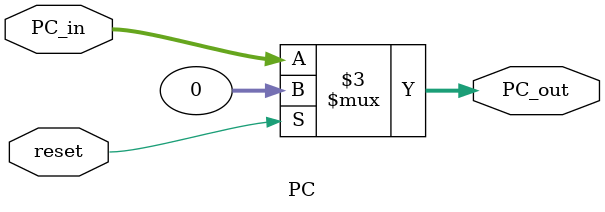
<source format=v>
`timescale 1ns / 1ps

module PC(PC_out,PC_in,reset);
	output reg [31:0] PC_out;
	input [31:0] PC_in;
	input reset;
	always @(reset)
	 begin
		if (reset)
			PC_out = 0;
		else PC_out = PC_in;
	 end
endmodule

</source>
